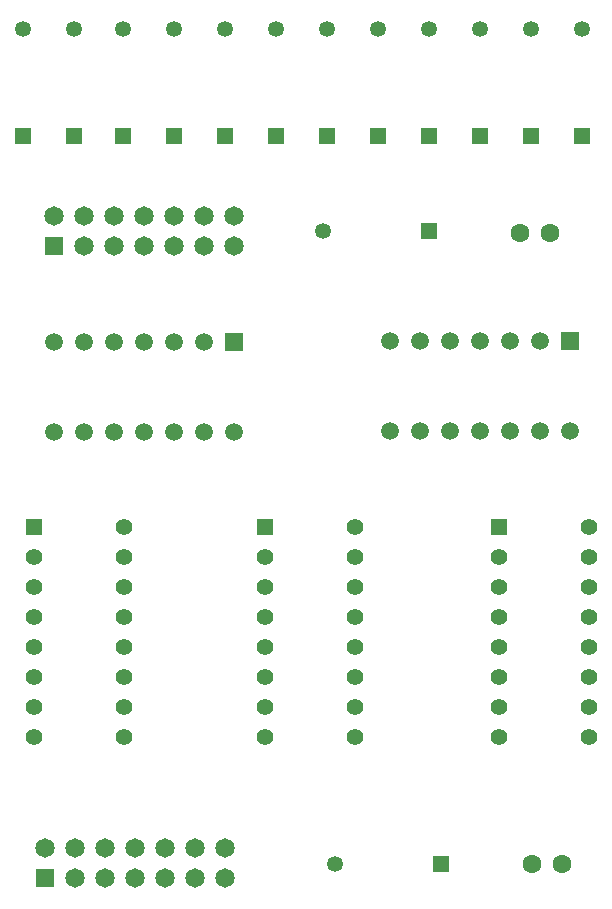
<source format=gbr>
%TF.GenerationSoftware,Altium Limited,Altium Designer,22.9.1 (49)*%
G04 Layer_Color=255*
%FSLAX26Y26*%
%MOIN*%
%TF.SameCoordinates,9A4C5482-B669-49D6-A5E7-2A43E7F29E9E*%
%TF.FilePolarity,Positive*%
%TF.FileFunction,Pads,Top*%
%TF.Part,Single*%
G01*
G75*
%TA.AperFunction,ComponentPad*%
%ADD12R,0.053150X0.053150*%
%ADD13C,0.053150*%
%ADD14C,0.055118*%
%ADD15R,0.055118X0.055118*%
%ADD16C,0.059055*%
%ADD17R,0.059055X0.059055*%
%ADD18C,0.062992*%
%ADD19R,0.053150X0.053150*%
%ADD20C,0.064961*%
%ADD21R,0.064961X0.064961*%
D12*
X3075000Y4342834D02*
D03*
X2905000D02*
D03*
X2735000D02*
D03*
X2565000D02*
D03*
X2395000D02*
D03*
X2225000D02*
D03*
X2055000D02*
D03*
X1885000D02*
D03*
X1715000D02*
D03*
X1546592D02*
D03*
X1380740D02*
D03*
X1210808D02*
D03*
D13*
X3075000Y4697166D02*
D03*
X2905000D02*
D03*
X2735000D02*
D03*
X2565000D02*
D03*
X2395000D02*
D03*
X2225000D02*
D03*
X2055000D02*
D03*
X1885000D02*
D03*
X1715000D02*
D03*
X1546592D02*
D03*
X1380740D02*
D03*
X1210808D02*
D03*
X2252834Y1915000D02*
D03*
X2212834Y4025000D02*
D03*
D14*
X1550000Y2340000D02*
D03*
Y2440000D02*
D03*
Y2540000D02*
D03*
Y2640000D02*
D03*
Y2740000D02*
D03*
Y2840000D02*
D03*
Y2940000D02*
D03*
Y3040000D02*
D03*
X1250000Y2340000D02*
D03*
Y2440000D02*
D03*
Y2540000D02*
D03*
Y2640000D02*
D03*
Y2740000D02*
D03*
Y2840000D02*
D03*
Y2940000D02*
D03*
X2318202Y2340000D02*
D03*
Y2440000D02*
D03*
Y2540000D02*
D03*
Y2640000D02*
D03*
Y2740000D02*
D03*
Y2840000D02*
D03*
Y2940000D02*
D03*
Y3040000D02*
D03*
X2018202Y2340000D02*
D03*
Y2440000D02*
D03*
Y2540000D02*
D03*
Y2640000D02*
D03*
Y2740000D02*
D03*
Y2840000D02*
D03*
Y2940000D02*
D03*
X3098662Y2340000D02*
D03*
Y2440000D02*
D03*
Y2540000D02*
D03*
Y2640000D02*
D03*
Y2740000D02*
D03*
Y2840000D02*
D03*
Y2940000D02*
D03*
Y3040000D02*
D03*
X2798662Y2340000D02*
D03*
Y2440000D02*
D03*
Y2540000D02*
D03*
Y2640000D02*
D03*
Y2740000D02*
D03*
Y2840000D02*
D03*
Y2940000D02*
D03*
D15*
X1250000Y3040000D02*
D03*
X2018202D02*
D03*
X2798662D02*
D03*
D16*
X2435000Y3360000D02*
D03*
X2535000D02*
D03*
X2635000D02*
D03*
X2735000D02*
D03*
X2835000D02*
D03*
X2935000D02*
D03*
X3035000D02*
D03*
X2435000Y3660000D02*
D03*
X2535000D02*
D03*
X2635000D02*
D03*
X2735000D02*
D03*
X2835000D02*
D03*
X2935000D02*
D03*
X1315000Y3355000D02*
D03*
X1415000D02*
D03*
X1515000D02*
D03*
X1615000D02*
D03*
X1715000D02*
D03*
X1815000D02*
D03*
X1915000D02*
D03*
X1315000Y3655000D02*
D03*
X1415000D02*
D03*
X1515000D02*
D03*
X1615000D02*
D03*
X1715000D02*
D03*
X1815000D02*
D03*
D17*
X3035000Y3660000D02*
D03*
X1915000Y3655000D02*
D03*
D18*
X3010000Y1915000D02*
D03*
X2910000D02*
D03*
X2970000Y4020000D02*
D03*
X2870000D02*
D03*
D19*
X2607166Y1915000D02*
D03*
X2567166Y4025000D02*
D03*
D20*
X1615000Y4075000D02*
D03*
Y3975000D02*
D03*
X1515000Y4075000D02*
D03*
Y3975000D02*
D03*
X1315000Y4075000D02*
D03*
X1415000Y3975000D02*
D03*
Y4075000D02*
D03*
X1715000Y3975000D02*
D03*
Y4075000D02*
D03*
X1815000Y3975000D02*
D03*
X1915000D02*
D03*
X1815000Y4075000D02*
D03*
X1915000D02*
D03*
X1585000Y1970000D02*
D03*
Y1870000D02*
D03*
X1485000Y1970000D02*
D03*
Y1870000D02*
D03*
X1285000Y1970000D02*
D03*
X1385000Y1870000D02*
D03*
Y1970000D02*
D03*
X1685000Y1870000D02*
D03*
Y1970000D02*
D03*
X1785000Y1870000D02*
D03*
X1885000D02*
D03*
X1785000Y1970000D02*
D03*
X1885000D02*
D03*
D21*
X1315000Y3975000D02*
D03*
X1285000Y1870000D02*
D03*
%TF.MD5,b550866e68ad641bd1e9973388e89f9a*%
M02*

</source>
